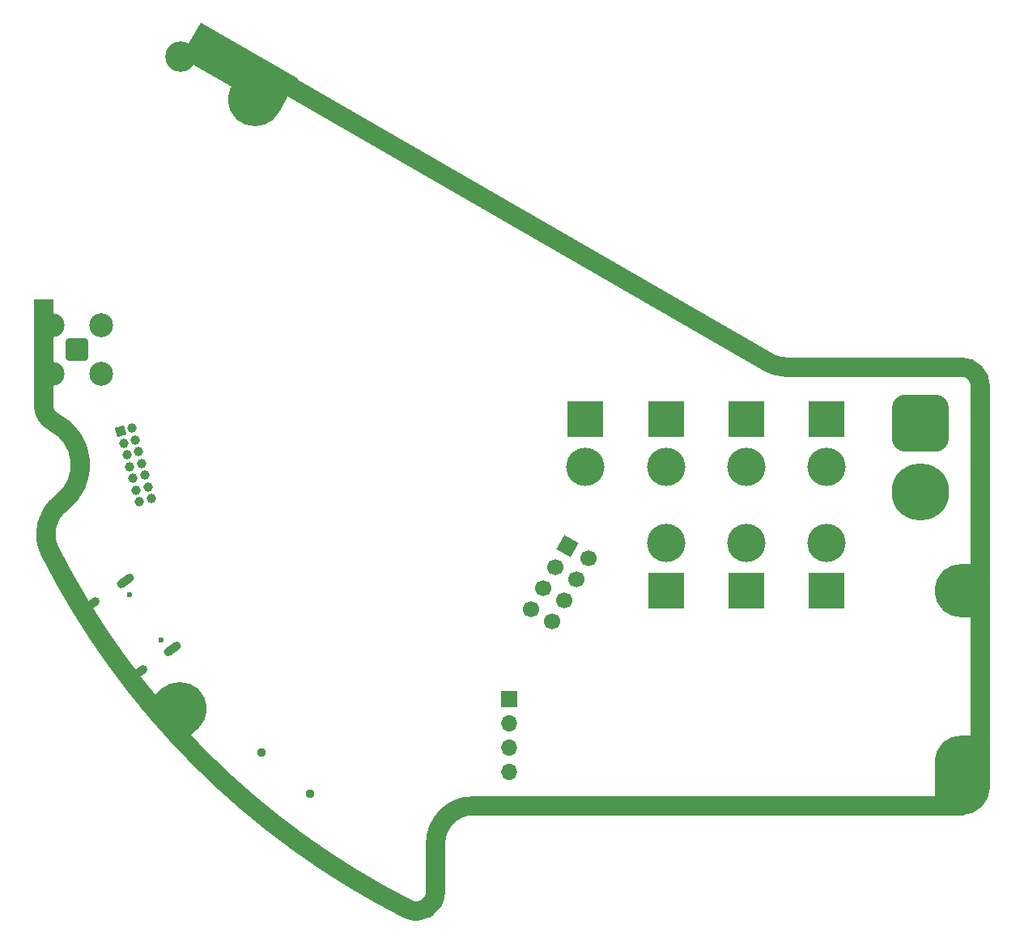
<source format=gbr>
%TF.GenerationSoftware,KiCad,Pcbnew,7.0.9*%
%TF.CreationDate,2024-01-30T02:49:12+00:00*%
%TF.ProjectId,main_PCB_v1,6d61696e-5f50-4434-925f-76312e6b6963,rev?*%
%TF.SameCoordinates,Original*%
%TF.FileFunction,Soldermask,Bot*%
%TF.FilePolarity,Negative*%
%FSLAX46Y46*%
G04 Gerber Fmt 4.6, Leading zero omitted, Abs format (unit mm)*
G04 Created by KiCad (PCBNEW 7.0.9) date 2024-01-30 02:49:12*
%MOMM*%
%LPD*%
G01*
G04 APERTURE LIST*
G04 Aperture macros list*
%AMRoundRect*
0 Rectangle with rounded corners*
0 $1 Rounding radius*
0 $2 $3 $4 $5 $6 $7 $8 $9 X,Y pos of 4 corners*
0 Add a 4 corners polygon primitive as box body*
4,1,4,$2,$3,$4,$5,$6,$7,$8,$9,$2,$3,0*
0 Add four circle primitives for the rounded corners*
1,1,$1+$1,$2,$3*
1,1,$1+$1,$4,$5*
1,1,$1+$1,$6,$7*
1,1,$1+$1,$8,$9*
0 Add four rect primitives between the rounded corners*
20,1,$1+$1,$2,$3,$4,$5,0*
20,1,$1+$1,$4,$5,$6,$7,0*
20,1,$1+$1,$6,$7,$8,$9,0*
20,1,$1+$1,$8,$9,$2,$3,0*%
%AMHorizOval*
0 Thick line with rounded ends*
0 $1 width*
0 $2 $3 position (X,Y) of the first rounded end (center of the circle)*
0 $4 $5 position (X,Y) of the second rounded end (center of the circle)*
0 Add line between two ends*
20,1,$1,$2,$3,$4,$5,0*
0 Add two circle primitives to create the rounded ends*
1,1,$1,$2,$3*
1,1,$1,$4,$5*%
%AMRotRect*
0 Rectangle, with rotation*
0 The origin of the aperture is its center*
0 $1 length*
0 $2 width*
0 $3 Rotation angle, in degrees counterclockwise*
0 Add horizontal line*
21,1,$1,$2,0,0,$3*%
G04 Aperture macros list end*
%ADD10C,2.000000*%
%ADD11HorizOval,1.700000X0.000000X0.000000X0.000000X0.000000X0*%
%ADD12RotRect,1.700000X1.700000X330.000000*%
%ADD13HorizOval,1.000000X0.000000X0.000000X0.000000X0.000000X0*%
%ADD14RotRect,1.000000X1.000000X15.000000*%
%ADD15C,4.000000*%
%ADD16R,3.800000X3.800000*%
%ADD17C,2.500000*%
%ADD18RoundRect,0.200100X0.949900X-0.949900X0.949900X0.949900X-0.949900X0.949900X-0.949900X-0.949900X0*%
%ADD19C,0.950000*%
%ADD20O,1.700000X1.700000*%
%ADD21R,1.700000X1.700000*%
%ADD22C,6.000000*%
%ADD23RoundRect,1.500000X-1.500000X1.500000X-1.500000X-1.500000X1.500000X-1.500000X1.500000X1.500000X0*%
%ADD24C,5.600000*%
%ADD25C,3.600000*%
%ADD26C,3.200000*%
%ADD27HorizOval,0.900000X-0.327661X-0.229431X0.327661X0.229431X0*%
%ADD28HorizOval,0.900000X-0.450534X-0.315467X0.450534X0.315467X0*%
%ADD29C,0.600000*%
G04 APERTURE END LIST*
%TO.C,OL101*%
G36*
X131697544Y-52062050D02*
G01*
X129597544Y-55699356D01*
X119410046Y-49818356D01*
X121510046Y-46181050D01*
X131697544Y-52062050D01*
G37*
G36*
X121268312Y-120062452D02*
G01*
X118946551Y-122116573D01*
X115219048Y-117903396D01*
X117540809Y-115849275D01*
X121268312Y-120062452D01*
G37*
D10*
X201049427Y-128135179D02*
G75*
G03*
X203049427Y-126135132I0J2000000D01*
G01*
X203049427Y-84251879D02*
G75*
G03*
X201049427Y-82251879I-2000000J0D01*
G01*
X180732402Y-81715981D02*
G75*
G03*
X182732402Y-82251879I2000025J3464202D01*
G01*
X143145813Y-138964958D02*
G75*
G03*
X146049427Y-137180726I903594J1784264D01*
G01*
X150049427Y-128135132D02*
G75*
G03*
X146049427Y-132135132I-34J-3999966D01*
G01*
X105709103Y-101518010D02*
G75*
G03*
X143145813Y-138964957I75840350J38382906D01*
G01*
X106893298Y-96500385D02*
G75*
G03*
X106153118Y-88016391I-2980924J4014217D01*
G01*
X105049428Y-86228478D02*
G75*
G03*
X106153118Y-88016389I2000096J60D01*
G01*
X106893299Y-96500386D02*
G75*
G03*
X105709105Y-101518010I2384816J-3211384D01*
G01*
G36*
X200949427Y-120826479D02*
G01*
X204049427Y-120826479D01*
X204049427Y-124351879D01*
X200949427Y-124351879D01*
X200949427Y-120826479D01*
G37*
G36*
X200949427Y-102826479D02*
G01*
X204049427Y-102826479D01*
X204049427Y-108451879D01*
X200949427Y-108451879D01*
X200949427Y-102826479D01*
G37*
G36*
X198249427Y-123626479D02*
G01*
X202449427Y-123626479D01*
X202449427Y-127151879D01*
X198249427Y-127151879D01*
X198249427Y-123626479D01*
G37*
G36*
X104049427Y-75151879D02*
G01*
X106049427Y-75151879D01*
X106049427Y-78251879D01*
X104049427Y-78251879D01*
X104049427Y-75151879D01*
G37*
X203049427Y-84251879D02*
X203049427Y-126135132D01*
X201049427Y-128135132D02*
X150049427Y-128135132D01*
X182732402Y-82251879D02*
X201049427Y-82251879D01*
X146049427Y-132135132D02*
X146049427Y-137180726D01*
X127199427Y-50801879D02*
X180732402Y-81715981D01*
X105049427Y-84151879D02*
X105049427Y-86228478D01*
X105049427Y-76551879D02*
X105049427Y-84151879D01*
%TD*%
D11*
%TO.C,J204*%
X158227886Y-108832266D03*
X156028181Y-107562266D03*
X159497886Y-106632561D03*
X157298181Y-105362561D03*
X160767886Y-104432857D03*
X158568181Y-103162857D03*
X162037886Y-102233152D03*
D12*
X159838181Y-100963152D03*
%TD*%
D13*
%TO.C,J205*%
X116297724Y-96013774D03*
X115070998Y-96342474D03*
X115969024Y-94787048D03*
X114742298Y-95115748D03*
X115640324Y-93560322D03*
X114413598Y-93889022D03*
X115311623Y-92333596D03*
X114084898Y-92662296D03*
X114982923Y-91106870D03*
X113756197Y-91435571D03*
X114654223Y-89880145D03*
X113427497Y-90208845D03*
X114325523Y-88653419D03*
D14*
X113098797Y-88982119D03*
%TD*%
D15*
%TO.C,J310*%
X186942364Y-100691544D03*
D16*
X186942364Y-105691544D03*
%TD*%
D17*
%TO.C,J401*%
X111082523Y-77918018D03*
X106002523Y-77918018D03*
X111082523Y-82998018D03*
X106002523Y-82998018D03*
D18*
X108542523Y-80458018D03*
%TD*%
D19*
%TO.C,J201*%
X132922456Y-126860096D03*
X127866563Y-122617697D03*
%TD*%
D20*
%TO.C,J207*%
X153747828Y-124580131D03*
X153747828Y-122040131D03*
X153747828Y-119500131D03*
D21*
X153747828Y-116960131D03*
%TD*%
D15*
%TO.C,J309*%
X178542361Y-100691548D03*
D16*
X178542361Y-105691548D03*
%TD*%
D15*
%TO.C,J302*%
X170142366Y-100691551D03*
D16*
X170142366Y-105691551D03*
%TD*%
%TO.C,J306*%
X178542368Y-87669384D03*
D15*
X178542368Y-92669384D03*
%TD*%
D22*
%TO.C,J301*%
X196782834Y-95296321D03*
D23*
X196782834Y-88096321D03*
%TD*%
D24*
%TO.C,OL101*%
X119299077Y-118044467D03*
D25*
X119299077Y-118044467D03*
D24*
X201041077Y-123635467D03*
D25*
X201041077Y-123635467D03*
D24*
X201041077Y-105635467D03*
D25*
X201041077Y-105635467D03*
D24*
X127190077Y-54272467D03*
D25*
X127190077Y-54272467D03*
D26*
X119396077Y-49772467D03*
%TD*%
D15*
%TO.C,J305*%
X186942364Y-92669384D03*
D16*
X186942364Y-87669384D03*
%TD*%
D15*
%TO.C,J307*%
X170142369Y-92669385D03*
D16*
X170142369Y-87669385D03*
%TD*%
D27*
%TO.C,J203*%
X115131884Y-114095847D03*
X110170448Y-107010181D03*
D28*
X118547748Y-111704033D03*
X113586312Y-104618368D03*
D29*
X117323281Y-110809602D03*
X114008010Y-106074903D03*
%TD*%
D15*
%TO.C,J308*%
X161742362Y-92669384D03*
D16*
X161742362Y-87669384D03*
%TD*%
M02*

</source>
